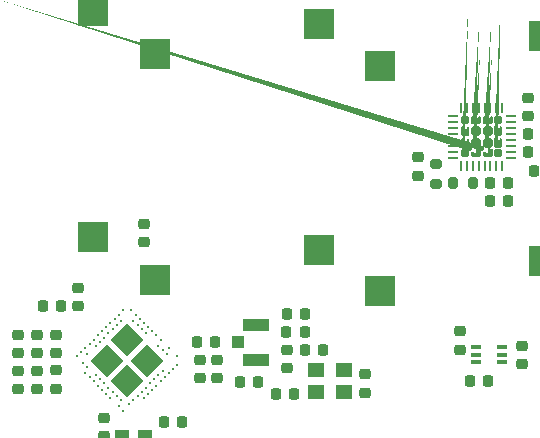
<source format=gbp>
%TF.GenerationSoftware,KiCad,Pcbnew,7.99.0-1450-gc37332bdb3*%
%TF.CreationDate,2023-08-19T09:53:15+01:00*%
%TF.ProjectId,benboard,62656e62-6f61-4726-942e-6b696361645f,rev?*%
%TF.SameCoordinates,Original*%
%TF.FileFunction,Paste,Bot*%
%TF.FilePolarity,Positive*%
%FSLAX46Y46*%
G04 Gerber Fmt 4.6, Leading zero omitted, Abs format (unit mm)*
G04 Created by KiCad (PCBNEW 7.99.0-1450-gc37332bdb3) date 2023-08-19 09:53:15*
%MOMM*%
%LPD*%
G01*
G04 APERTURE LIST*
G04 Aperture macros list*
%AMRoundRect*
0 Rectangle with rounded corners*
0 $1 Rounding radius*
0 $2 $3 $4 $5 $6 $7 $8 $9 X,Y pos of 4 corners*
0 Add a 4 corners polygon primitive as box body*
4,1,4,$2,$3,$4,$5,$6,$7,$8,$9,$2,$3,0*
0 Add four circle primitives for the rounded corners*
1,1,$1+$1,$2,$3*
1,1,$1+$1,$4,$5*
1,1,$1+$1,$6,$7*
1,1,$1+$1,$8,$9*
0 Add four rect primitives between the rounded corners*
20,1,$1+$1,$2,$3,$4,$5,0*
20,1,$1+$1,$4,$5,$6,$7,0*
20,1,$1+$1,$6,$7,$8,$9,0*
20,1,$1+$1,$8,$9,$2,$3,0*%
%AMRotRect*
0 Rectangle, with rotation*
0 The origin of the aperture is its center*
0 $1 length*
0 $2 width*
0 $3 Rotation angle, in degrees counterclockwise*
0 Add horizontal line*
21,1,$1,$2,0,0,$3*%
%AMFreePoly0*
4,1,48,0.243846,0.320419,0.247801,0.321117,0.251278,0.319109,0.263019,0.317039,0.281006,0.301945,0.301344,0.290204,0.304133,0.282540,0.310381,0.277298,0.314458,0.254171,0.322490,0.232106,0.322490,-0.157228,0.321515,-0.162753,0.322146,-0.165106,0.320465,-0.168710,0.317039,-0.188141,0.304356,-0.203256,0.296017,-0.221139,0.221139,-0.296017,0.216543,-0.299234,0.215326,-0.301344,
0.211587,-0.302704,0.195426,-0.314021,0.175771,-0.315740,0.157228,-0.322490,-0.232106,-0.322490,-0.243846,-0.320419,-0.247801,-0.321117,-0.251278,-0.319109,-0.263019,-0.317039,-0.281006,-0.301945,-0.301344,-0.290204,-0.304133,-0.282540,-0.310381,-0.277298,-0.314458,-0.254171,-0.322490,-0.232106,-0.322490,0.232106,-0.320419,0.243846,-0.321117,0.247801,-0.319109,0.251278,-0.317039,0.263019,
-0.301945,0.281006,-0.290204,0.301344,-0.282540,0.304133,-0.277298,0.310381,-0.254171,0.314458,-0.232106,0.322490,0.232106,0.322490,0.243846,0.320419,0.243846,0.320419,$1*%
%AMFreePoly1*
4,1,51,0.186967,0.402286,0.188965,0.402822,0.192026,0.401394,0.208508,0.398488,0.221329,0.387729,0.236504,0.380653,0.300030,0.317127,0.302759,0.313228,0.304550,0.312195,0.305704,0.309022,0.315305,0.295312,0.316763,0.278637,0.322490,0.262904,0.322490,-0.262904,0.321663,-0.267592,0.322198,-0.269588,0.320772,-0.272645,0.317865,-0.289131,0.307105,-0.301953,0.300030,-0.317127,
0.236504,-0.380653,0.232605,-0.383382,0.231572,-0.385173,0.228399,-0.386327,0.214688,-0.395928,0.198014,-0.397386,0.182281,-0.403113,-0.245807,-0.403113,-0.255768,-0.401356,-0.259123,-0.401948,-0.262073,-0.400244,-0.272034,-0.398488,-0.287292,-0.385684,-0.304550,-0.375721,-0.306917,-0.369217,-0.312216,-0.364771,-0.315675,-0.345154,-0.322490,-0.326430,-0.322490,0.326430,-0.320733,0.336391,
-0.321325,0.339746,-0.319621,0.342696,-0.317865,0.352657,-0.305061,0.367915,-0.295098,0.385173,-0.288594,0.387540,-0.284148,0.392839,-0.264531,0.396298,-0.245807,0.403113,0.182281,0.403113,0.186967,0.402286,0.186967,0.402286,$1*%
%AMFreePoly2*
4,1,48,0.162752,0.321515,0.165105,0.322146,0.168708,0.320465,0.188141,0.317039,0.203256,0.304355,0.221139,0.296017,0.296017,0.221139,0.299234,0.216543,0.301344,0.215326,0.302704,0.211587,0.314021,0.195426,0.315740,0.175771,0.322490,0.157228,0.322490,-0.232106,0.320419,-0.243846,0.321117,-0.247801,0.319109,-0.251278,0.317039,-0.263019,0.301945,-0.281006,0.290204,-0.301344,
0.282540,-0.304133,0.277298,-0.310381,0.254171,-0.314458,0.232106,-0.322490,-0.232106,-0.322490,-0.243846,-0.320419,-0.247801,-0.321117,-0.251278,-0.319109,-0.263019,-0.317039,-0.281006,-0.301945,-0.301344,-0.290204,-0.304133,-0.282540,-0.310381,-0.277298,-0.314458,-0.254171,-0.322490,-0.232106,-0.322490,0.232106,-0.320419,0.243846,-0.321117,0.247801,-0.319109,0.251278,-0.317039,0.263019,
-0.301945,0.281006,-0.290204,0.301344,-0.282540,0.304133,-0.277298,0.310381,-0.254171,0.314458,-0.232106,0.322490,0.157228,0.322490,0.162752,0.321515,0.162752,0.321515,$1*%
%AMFreePoly3*
4,1,51,0.336391,0.320733,0.339746,0.321325,0.342696,0.319621,0.352657,0.317865,0.367915,0.305061,0.385173,0.295098,0.387540,0.288594,0.392839,0.284148,0.396298,0.264531,0.403113,0.245807,0.403113,-0.182281,0.402286,-0.186969,0.402821,-0.188965,0.401395,-0.192022,0.398488,-0.208508,0.387728,-0.221330,0.380653,-0.236504,0.317127,-0.300030,0.313228,-0.302759,0.312195,-0.304550,
0.309022,-0.305704,0.295311,-0.315305,0.278637,-0.316763,0.262904,-0.322490,-0.262904,-0.322490,-0.267592,-0.321663,-0.269588,-0.322198,-0.272645,-0.320772,-0.289131,-0.317865,-0.301953,-0.307105,-0.317127,-0.300030,-0.380653,-0.236504,-0.383382,-0.232605,-0.385173,-0.231572,-0.386327,-0.228399,-0.395928,-0.214688,-0.397386,-0.198014,-0.403113,-0.182281,-0.403113,0.245807,-0.401356,0.255768,
-0.401948,0.259123,-0.400244,0.262073,-0.398488,0.272034,-0.385684,0.287292,-0.375721,0.304550,-0.369217,0.306917,-0.364771,0.312216,-0.345154,0.315675,-0.326430,0.322490,0.326430,0.322490,0.336391,0.320733,0.336391,0.320733,$1*%
%AMFreePoly4*
4,1,51,0.267590,0.321663,0.269588,0.322199,0.272649,0.320771,0.289131,0.317865,0.301952,0.307106,0.317127,0.300030,0.380653,0.236504,0.383382,0.232605,0.385173,0.231572,0.386327,0.228399,0.395928,0.214689,0.397386,0.198014,0.403113,0.182281,0.403113,-0.245807,0.401356,-0.255768,0.401948,-0.259123,0.400244,-0.262073,0.398488,-0.272034,0.385684,-0.287292,0.375721,-0.304550,
0.369217,-0.306917,0.364771,-0.312216,0.345154,-0.315675,0.326430,-0.322490,-0.326430,-0.322490,-0.336391,-0.320733,-0.339746,-0.321325,-0.342696,-0.319621,-0.352657,-0.317865,-0.367915,-0.305061,-0.385173,-0.295098,-0.387540,-0.288594,-0.392839,-0.284148,-0.396298,-0.264531,-0.403113,-0.245807,-0.403113,0.182281,-0.402286,0.186967,-0.402822,0.188965,-0.401394,0.192026,-0.398488,0.208508,
-0.387729,0.221329,-0.380653,0.236504,-0.317127,0.300030,-0.313228,0.302759,-0.312195,0.304550,-0.309022,0.305704,-0.295312,0.315305,-0.278637,0.316763,-0.262904,0.322490,0.262904,0.322490,0.267590,0.321663,0.267590,0.321663,$1*%
%AMFreePoly5*
4,1,48,0.243846,0.320419,0.247801,0.321117,0.251278,0.319109,0.263019,0.317039,0.281006,0.301945,0.301344,0.290204,0.304133,0.282540,0.310381,0.277298,0.314458,0.254171,0.322490,0.232106,0.322490,-0.232106,0.320419,-0.243846,0.321117,-0.247801,0.319109,-0.251278,0.317039,-0.263019,0.301945,-0.281006,0.290204,-0.301344,0.282540,-0.304133,0.277298,-0.310381,0.254171,-0.314458,
0.232106,-0.322490,-0.157228,-0.322490,-0.162753,-0.321515,-0.165106,-0.322146,-0.168710,-0.320465,-0.188141,-0.317039,-0.203256,-0.304356,-0.221139,-0.296017,-0.296017,-0.221139,-0.299234,-0.216543,-0.301344,-0.215326,-0.302704,-0.211587,-0.314021,-0.195426,-0.315740,-0.175771,-0.322490,-0.157228,-0.322490,0.232106,-0.320419,0.243846,-0.321117,0.247801,-0.319109,0.251278,-0.317039,0.263019,
-0.301945,0.281006,-0.290204,0.301344,-0.282540,0.304133,-0.277298,0.310381,-0.254171,0.314458,-0.232106,0.322490,0.232106,0.322490,0.243846,0.320419,0.243846,0.320419,$1*%
%AMFreePoly6*
4,1,51,0.255768,0.401356,0.259123,0.401948,0.262073,0.400244,0.272034,0.398488,0.287292,0.385684,0.304550,0.375721,0.306917,0.369217,0.312216,0.364771,0.315675,0.345154,0.322490,0.326430,0.322490,-0.326430,0.320733,-0.336391,0.321325,-0.339746,0.319621,-0.342696,0.317865,-0.352657,0.305061,-0.367915,0.295098,-0.385173,0.288594,-0.387540,0.284148,-0.392839,0.264531,-0.396298,
0.245807,-0.403113,-0.182281,-0.403113,-0.186969,-0.402286,-0.188965,-0.402821,-0.192022,-0.401395,-0.208508,-0.398488,-0.221330,-0.387728,-0.236504,-0.380653,-0.300030,-0.317127,-0.302759,-0.313228,-0.304550,-0.312195,-0.305704,-0.309022,-0.315305,-0.295311,-0.316763,-0.278637,-0.322490,-0.262904,-0.322490,0.262904,-0.321663,0.267590,-0.322199,0.269588,-0.320771,0.272649,-0.317865,0.289131,
-0.307106,0.301952,-0.300030,0.317127,-0.236504,0.380653,-0.232605,0.383382,-0.231572,0.385173,-0.228399,0.386327,-0.214689,0.395928,-0.198014,0.397386,-0.182281,0.403113,0.245807,0.403113,0.255768,0.401356,0.255768,0.401356,$1*%
%AMFreePoly7*
4,1,48,0.243846,0.320419,0.247801,0.321117,0.251278,0.319109,0.263019,0.317039,0.281006,0.301945,0.301344,0.290204,0.304133,0.282540,0.310381,0.277298,0.314458,0.254171,0.322490,0.232106,0.322490,-0.232106,0.320419,-0.243846,0.321117,-0.247801,0.319109,-0.251278,0.317039,-0.263019,0.301945,-0.281006,0.290204,-0.301344,0.282540,-0.304133,0.277298,-0.310381,0.254171,-0.314458,
0.232106,-0.322490,-0.232106,-0.322490,-0.243846,-0.320419,-0.247801,-0.321117,-0.251278,-0.319109,-0.263019,-0.317039,-0.281006,-0.301945,-0.301344,-0.290204,-0.304133,-0.282540,-0.310381,-0.277298,-0.314458,-0.254171,-0.322490,-0.232106,-0.322490,0.157228,-0.321515,0.162752,-0.322146,0.165105,-0.320465,0.168708,-0.317039,0.188141,-0.304355,0.203256,-0.296017,0.221139,-0.221139,0.296017,
-0.216543,0.299234,-0.215326,0.301344,-0.211587,0.302704,-0.195426,0.314021,-0.175771,0.315740,-0.157228,0.322490,0.232106,0.322490,0.243846,0.320419,0.243846,0.320419,$1*%
G04 Aperture macros list end*
%ADD10R,2.550000X2.500000*%
%ADD11RotRect,2.550000X2.500000X164.000000*%
%ADD12RotRect,2.550000X2.500000X172.000000*%
%ADD13RoundRect,0.225000X-0.250000X0.225000X-0.250000X-0.225000X0.250000X-0.225000X0.250000X0.225000X0*%
%ADD14RoundRect,0.225000X-0.225000X-0.250000X0.225000X-0.250000X0.225000X0.250000X-0.225000X0.250000X0*%
%ADD15RoundRect,0.225000X0.225000X0.250000X-0.225000X0.250000X-0.225000X-0.250000X0.225000X-0.250000X0*%
%ADD16RoundRect,0.225000X0.250000X-0.225000X0.250000X0.225000X-0.250000X0.225000X-0.250000X-0.225000X0*%
%ADD17RotRect,0.280000X1.250000X335.013000*%
%ADD18RotRect,1.800000X2.000000X335.013000*%
%ADD19RoundRect,0.218750X0.218750X0.256250X-0.218750X0.256250X-0.218750X-0.256250X0.218750X-0.256250X0*%
%ADD20R,0.900000X0.400000*%
%ADD21RoundRect,0.218750X-0.256250X0.218750X-0.256250X-0.218750X0.256250X-0.218750X0.256250X0.218750X0*%
%ADD22R,0.600000X1.240000*%
%ADD23R,0.300000X1.240000*%
%ADD24R,1.200000X1.400000*%
%ADD25RoundRect,0.200000X-0.200000X-0.275000X0.200000X-0.275000X0.200000X0.275000X-0.200000X0.275000X0*%
%ADD26R,0.700000X1.000000*%
%ADD27R,0.700000X0.600000*%
%ADD28R,1.400000X1.200000*%
%ADD29R,1.050000X1.000000*%
%ADD30R,2.200000X1.050000*%
%ADD31RoundRect,0.218750X-0.218750X-0.256250X0.218750X-0.256250X0.218750X0.256250X-0.218750X0.256250X0*%
%ADD32FreePoly0,180.000000*%
%ADD33FreePoly1,180.000000*%
%ADD34FreePoly2,180.000000*%
%ADD35FreePoly3,180.000000*%
%ADD36RoundRect,0.201557X0.201556X0.201556X-0.201556X0.201556X-0.201556X-0.201556X0.201556X-0.201556X0*%
%ADD37FreePoly4,180.000000*%
%ADD38FreePoly5,180.000000*%
%ADD39FreePoly6,180.000000*%
%ADD40FreePoly7,180.000000*%
%ADD41RoundRect,0.062500X0.337500X0.062500X-0.337500X0.062500X-0.337500X-0.062500X0.337500X-0.062500X0*%
%ADD42RoundRect,0.062500X0.062500X0.337500X-0.062500X0.337500X-0.062500X-0.337500X0.062500X-0.337500X0*%
%ADD43RoundRect,0.200000X-0.275000X0.200000X-0.275000X-0.200000X0.275000X-0.200000X0.275000X0.200000X0*%
%ADD44RotRect,2.000000X2.000000X225.000000*%
%ADD45C,0.250000*%
%ADD46RoundRect,0.200000X0.200000X0.275000X-0.200000X0.275000X-0.200000X-0.275000X0.200000X-0.275000X0*%
G04 APERTURE END LIST*
D10*
%TO.C,SW16*%
X161831483Y-60044220D03*
X175681483Y-57504220D03*
%TD*%
%TO.C,SW6*%
X85510000Y-101680000D03*
X99360000Y-99140000D03*
%TD*%
%TO.C,SW8*%
X104628494Y-79264805D03*
X118478494Y-76724805D03*
%TD*%
%TO.C,SW5*%
X85509895Y-82621207D03*
X99359895Y-80081207D03*
%TD*%
%TO.C,SW18*%
X161826830Y-98194347D03*
X175676830Y-95654347D03*
%TD*%
%TO.C,SW10*%
X123699237Y-57970911D03*
X137549237Y-55430911D03*
%TD*%
%TO.C,SW4*%
X85514653Y-63529873D03*
X99364653Y-60989873D03*
%TD*%
%TO.C,SW14*%
X142767663Y-78180569D03*
X156617663Y-75640569D03*
%TD*%
%TO.C,SW9*%
X104628599Y-98323598D03*
X118478599Y-95783598D03*
%TD*%
%TO.C,SW7*%
X104633252Y-60173471D03*
X118483252Y-57633471D03*
%TD*%
%TO.C,SW11*%
X123700000Y-77062245D03*
X137550000Y-74522245D03*
%TD*%
%TO.C,SW19*%
X142745000Y-118480000D03*
X156595000Y-115940000D03*
%TD*%
%TO.C,SW2*%
X66475000Y-87080000D03*
X80325000Y-84540000D03*
%TD*%
%TO.C,SW15*%
X142767731Y-97231836D03*
X156617731Y-94691836D03*
%TD*%
D11*
%TO.C,SW21*%
X182553425Y-122349449D03*
X196567019Y-123725422D03*
%TD*%
D10*
%TO.C,SW1*%
X66465000Y-67940000D03*
X80315000Y-65400000D03*
%TD*%
D12*
%TO.C,SW20*%
X162864214Y-118955163D03*
X176932927Y-118367430D03*
%TD*%
D10*
%TO.C,SW3*%
X66430000Y-106140000D03*
X80280000Y-103600000D03*
%TD*%
%TO.C,SW12*%
X123694584Y-96121038D03*
X137544584Y-93581038D03*
%TD*%
%TO.C,SW13*%
X142772421Y-59089235D03*
X156622421Y-56549235D03*
%TD*%
%TO.C,SW17*%
X161826725Y-79135554D03*
X175676725Y-76595554D03*
%TD*%
D13*
%TO.C,C21*%
X146530000Y-84935000D03*
X146530000Y-86485000D03*
%TD*%
D14*
%TO.C,C26*%
X171095000Y-69960000D03*
X172645000Y-69960000D03*
%TD*%
D15*
%TO.C,C19*%
X170975000Y-86700000D03*
X169425000Y-86700000D03*
%TD*%
D16*
%TO.C,C10*%
X132800000Y-84375000D03*
X132800000Y-82825000D03*
%TD*%
D13*
%TO.C,C1*%
X136270000Y-78835000D03*
X136270000Y-80385000D03*
%TD*%
D17*
%TO.C,J2*%
X179526513Y-109905616D03*
X179979715Y-110116822D03*
X180432917Y-110328029D03*
X180886119Y-110539235D03*
X181339320Y-110750441D03*
X181792522Y-110961647D03*
X182245724Y-111172854D03*
X182698926Y-111384060D03*
X183152128Y-111595266D03*
X183605329Y-111806473D03*
X184058531Y-112017679D03*
X184511733Y-112228885D03*
D18*
X187293912Y-110520184D03*
X179045638Y-106676230D03*
%TD*%
D19*
%TO.C,L7*%
X175907500Y-67370000D03*
X174332500Y-67370000D03*
%TD*%
D14*
%TO.C,C2*%
X171085000Y-71510000D03*
X172635000Y-71510000D03*
%TD*%
D16*
%TO.C,C20*%
X174370000Y-64335000D03*
X174370000Y-62785000D03*
%TD*%
D14*
%TO.C,C7*%
X149925000Y-86800000D03*
X151475000Y-86800000D03*
%TD*%
D19*
%TO.C,L6*%
X175907500Y-65840000D03*
X174332500Y-65840000D03*
%TD*%
D14*
%TO.C,C16*%
X153015000Y-87800000D03*
X154565000Y-87800000D03*
%TD*%
D20*
%TO.C,U2*%
X172160000Y-83850000D03*
X172160000Y-84500000D03*
X172160000Y-85150000D03*
X169960000Y-85150000D03*
X169960000Y-84500000D03*
X169960000Y-83850000D03*
%TD*%
D16*
%TO.C,C22*%
X139886827Y-97301166D03*
X139886827Y-95751166D03*
%TD*%
D21*
%TO.C,L5*%
X168590000Y-82502500D03*
X168590000Y-84077500D03*
%TD*%
D13*
%TO.C,C14*%
X148040000Y-84935000D03*
X148040000Y-86485000D03*
%TD*%
D15*
%TO.C,C5*%
X134785000Y-80420000D03*
X133235000Y-80420000D03*
%TD*%
D13*
%TO.C,C24*%
X164380000Y-47455000D03*
X164380000Y-49005000D03*
%TD*%
D15*
%TO.C,C25*%
X176395000Y-68950000D03*
X174845000Y-68950000D03*
%TD*%
D13*
%TO.C,C11*%
X134400000Y-85825000D03*
X134400000Y-87375000D03*
%TD*%
%TO.C,C27*%
X165030000Y-67795000D03*
X165030000Y-69345000D03*
%TD*%
%TO.C,C12*%
X131200000Y-85850000D03*
X131200000Y-87400000D03*
%TD*%
D22*
%TO.C,J1*%
X169280000Y-49590000D03*
X170080000Y-49590000D03*
D23*
X171230000Y-49590000D03*
X172230000Y-49590000D03*
X172730000Y-49590000D03*
X173730000Y-49590000D03*
D22*
X174880000Y-49590000D03*
X175680000Y-49590000D03*
X175680000Y-49590000D03*
X174880000Y-49590000D03*
D23*
X174230000Y-49590000D03*
X173230000Y-49590000D03*
X171730000Y-49590000D03*
X170730000Y-49590000D03*
D22*
X170080000Y-49590000D03*
X169280000Y-49590000D03*
%TD*%
D24*
%TO.C,Y2*%
X139989279Y-93969402D03*
X139989279Y-91569402D03*
X141889279Y-91569402D03*
X141889279Y-93969402D03*
%TD*%
D25*
%TO.C,TH1*%
X190190000Y-53220000D03*
X191840000Y-53220000D03*
%TD*%
D26*
%TO.C,D4*%
X162300000Y-47910000D03*
D27*
X162300000Y-49610000D03*
X160300000Y-49610000D03*
X160300000Y-47710000D03*
%TD*%
D28*
%TO.C,Y1*%
X156370000Y-85780000D03*
X158770000Y-85780000D03*
X158770000Y-87680000D03*
X156370000Y-87680000D03*
%TD*%
D29*
%TO.C,J5*%
X149780000Y-83470000D03*
D30*
X151305000Y-81995000D03*
X151305000Y-84945000D03*
%TD*%
D16*
%TO.C,C8*%
X141800000Y-74975000D03*
X141800000Y-73425000D03*
%TD*%
D31*
%TO.C,L2*%
X153882500Y-82610000D03*
X155457500Y-82610000D03*
%TD*%
D19*
%TO.C,L4*%
X147847500Y-83440000D03*
X146272500Y-83440000D03*
%TD*%
D13*
%TO.C,C3*%
X153950000Y-84115000D03*
X153950000Y-85665000D03*
%TD*%
%TO.C,C13*%
X132800000Y-85850000D03*
X132800000Y-87400000D03*
%TD*%
%TO.C,C6*%
X138400000Y-89825000D03*
X138400000Y-91375000D03*
%TD*%
D14*
%TO.C,C4*%
X155435000Y-84140000D03*
X156985000Y-84140000D03*
%TD*%
D21*
%TO.C,L3*%
X134400000Y-82812500D03*
X134400000Y-84387500D03*
%TD*%
D13*
%TO.C,C15*%
X165950000Y-47425000D03*
X165950000Y-48975000D03*
%TD*%
D32*
%TO.C,U3*%
X171810000Y-67470000D03*
D33*
X171810000Y-66570000D03*
X171810000Y-65570000D03*
D34*
X171810000Y-64670000D03*
D35*
X170910000Y-67470000D03*
D36*
X170910000Y-66570000D03*
X170910000Y-65570000D03*
D37*
X170910000Y-64670000D03*
D35*
X169910000Y-67470000D03*
D36*
X169910000Y-66570000D03*
X169910000Y-65570000D03*
D37*
X169910000Y-64670000D03*
D38*
X169010000Y-67470000D03*
D39*
X169010000Y-66570000D03*
X169010000Y-65570000D03*
D40*
X169010000Y-64670000D03*
D41*
X172860000Y-64320000D03*
X172860000Y-64820000D03*
X172860000Y-65320000D03*
X172860000Y-65820000D03*
X172860000Y-66320000D03*
X172860000Y-66820000D03*
X172860000Y-67320000D03*
X172860000Y-67820000D03*
D42*
X172160000Y-68520000D03*
X171660000Y-68520000D03*
X171160000Y-68520000D03*
X170660000Y-68520000D03*
X170160000Y-68520000D03*
X169660000Y-68520000D03*
X169160000Y-68520000D03*
X168660000Y-68520000D03*
D41*
X167960000Y-67820000D03*
X167960000Y-67320000D03*
X167960000Y-66820000D03*
X167960000Y-66320000D03*
X167960000Y-65820000D03*
X167960000Y-65320000D03*
X167960000Y-64820000D03*
X167960000Y-64320000D03*
D42*
X168660000Y-63620000D03*
X169160000Y-63620000D03*
X169660000Y-63620000D03*
X170160000Y-63620000D03*
X170660000Y-63620000D03*
X171160000Y-63620000D03*
X171660000Y-63620000D03*
X172160000Y-63620000D03*
%TD*%
D19*
%TO.C,L1*%
X155467500Y-81100000D03*
X153892500Y-81100000D03*
%TD*%
D13*
%TO.C,C17*%
X160552588Y-86171191D03*
X160552588Y-87721191D03*
%TD*%
D43*
%TO.C,R1*%
X166520000Y-68365000D03*
X166520000Y-70015000D03*
%TD*%
D44*
%TO.C,U1*%
X138685266Y-85000000D03*
X140400000Y-86714734D03*
X140400000Y-83285266D03*
X142114734Y-85000000D03*
D45*
X141814214Y-88181981D03*
X142167767Y-87828427D03*
X142521320Y-87474874D03*
X142874874Y-87121320D03*
X143228427Y-86767767D03*
X143581981Y-86414214D03*
X143935534Y-86060660D03*
X144289087Y-85707107D03*
X144642641Y-85353553D03*
X141107107Y-81110913D03*
X136687689Y-85176777D03*
X137041243Y-84469670D03*
X137748350Y-83762563D03*
X138101903Y-83409010D03*
X138455456Y-83055456D03*
X138809010Y-82701903D03*
X139162563Y-82348350D03*
X139516117Y-81994796D03*
X139869670Y-81641243D03*
X140753553Y-80757359D03*
X136157359Y-84646447D03*
X136510913Y-84292893D03*
X136864466Y-83939340D03*
X137218019Y-83585786D03*
X137571573Y-83232233D03*
X137925126Y-82878680D03*
X138278680Y-82525126D03*
X138632233Y-82171573D03*
X138985786Y-81818019D03*
X139339340Y-81464466D03*
X139692893Y-81110913D03*
X140046447Y-80757359D03*
X140046447Y-89242641D03*
X140576777Y-88712311D03*
X140930330Y-88358757D03*
X141283883Y-88005204D03*
X141637437Y-87651650D03*
X141990990Y-87298097D03*
X142344544Y-86944544D03*
X142698097Y-86590990D03*
X143051650Y-86237437D03*
X143405204Y-85883883D03*
X144642641Y-84646447D03*
X139692893Y-88889087D03*
X139869670Y-88358757D03*
X143758757Y-84469670D03*
X143935534Y-83939340D03*
X139516117Y-88005204D03*
X143405204Y-84116117D03*
X138985786Y-88181981D03*
X139162563Y-87651650D03*
X143051650Y-83762563D03*
X138632233Y-87828427D03*
X143228427Y-83232233D03*
X138809010Y-87298097D03*
X138278680Y-87474874D03*
X142874874Y-82878680D03*
X138455456Y-86944544D03*
X137925126Y-87121320D03*
X142521320Y-82525126D03*
X138101903Y-86590990D03*
X141990990Y-82701903D03*
X137571573Y-86767767D03*
X142167767Y-82171573D03*
X137748350Y-86237437D03*
X141637437Y-82348350D03*
X137218019Y-86414214D03*
X141814214Y-81818019D03*
X141283883Y-81994796D03*
X136864466Y-86060660D03*
X141460660Y-81464466D03*
X137041243Y-85530330D03*
X140930330Y-81641243D03*
%TD*%
D16*
%TO.C,C9*%
X131200000Y-84400000D03*
X131200000Y-82850000D03*
%TD*%
D15*
%TO.C,C23*%
X145077408Y-90200000D03*
X143527408Y-90200000D03*
%TD*%
D46*
%TO.C,R2*%
X169665000Y-69960000D03*
X168015000Y-69960000D03*
%TD*%
D13*
%TO.C,C18*%
X173840000Y-83745000D03*
X173840000Y-85295000D03*
%TD*%
M02*

</source>
